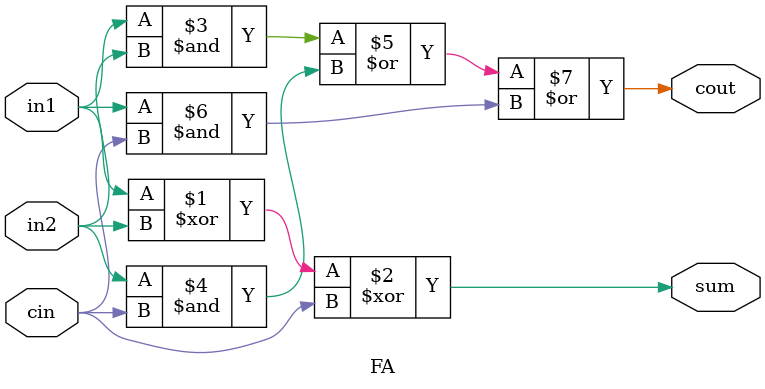
<source format=sv>
module FA(in1,in2,cin,sum,cout);
  input in1,in2;
  input cin;
  output sum,cout;
assign sum = in1 ^ in2 ^ cin;
  assign cout = (in1 & in2)|(in2 & cin)|(in1 & cin);
endmodule

</source>
